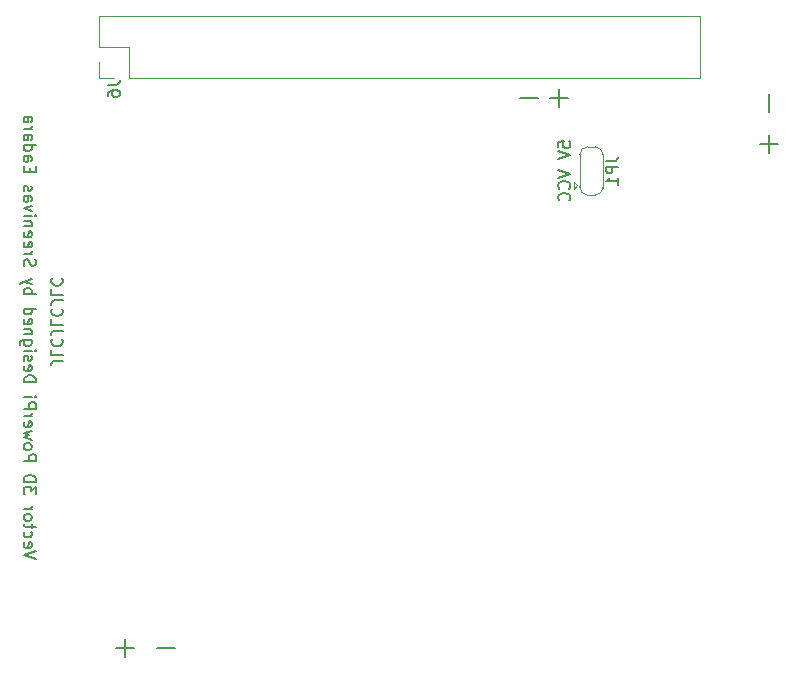
<source format=gbr>
%TF.GenerationSoftware,KiCad,Pcbnew,(6.0.4)*%
%TF.CreationDate,2022-05-11T18:11:56+01:00*%
%TF.ProjectId,PiPowerHAT,5069506f-7765-4724-9841-542e6b696361,rev?*%
%TF.SameCoordinates,Original*%
%TF.FileFunction,Legend,Bot*%
%TF.FilePolarity,Positive*%
%FSLAX46Y46*%
G04 Gerber Fmt 4.6, Leading zero omitted, Abs format (unit mm)*
G04 Created by KiCad (PCBNEW (6.0.4)) date 2022-05-11 18:11:56*
%MOMM*%
%LPD*%
G01*
G04 APERTURE LIST*
%ADD10C,0.150000*%
%ADD11C,0.120000*%
G04 APERTURE END LIST*
D10*
X86947619Y-100085714D02*
X85947619Y-99752380D01*
X86947619Y-99419047D01*
X85995238Y-98704761D02*
X85947619Y-98800000D01*
X85947619Y-98990476D01*
X85995238Y-99085714D01*
X86090476Y-99133333D01*
X86471428Y-99133333D01*
X86566666Y-99085714D01*
X86614285Y-98990476D01*
X86614285Y-98800000D01*
X86566666Y-98704761D01*
X86471428Y-98657142D01*
X86376190Y-98657142D01*
X86280952Y-99133333D01*
X85995238Y-97800000D02*
X85947619Y-97895238D01*
X85947619Y-98085714D01*
X85995238Y-98180952D01*
X86042857Y-98228571D01*
X86138095Y-98276190D01*
X86423809Y-98276190D01*
X86519047Y-98228571D01*
X86566666Y-98180952D01*
X86614285Y-98085714D01*
X86614285Y-97895238D01*
X86566666Y-97800000D01*
X86614285Y-97514285D02*
X86614285Y-97133333D01*
X86947619Y-97371428D02*
X86090476Y-97371428D01*
X85995238Y-97323809D01*
X85947619Y-97228571D01*
X85947619Y-97133333D01*
X85947619Y-96657142D02*
X85995238Y-96752380D01*
X86042857Y-96800000D01*
X86138095Y-96847619D01*
X86423809Y-96847619D01*
X86519047Y-96800000D01*
X86566666Y-96752380D01*
X86614285Y-96657142D01*
X86614285Y-96514285D01*
X86566666Y-96419047D01*
X86519047Y-96371428D01*
X86423809Y-96323809D01*
X86138095Y-96323809D01*
X86042857Y-96371428D01*
X85995238Y-96419047D01*
X85947619Y-96514285D01*
X85947619Y-96657142D01*
X85947619Y-95895238D02*
X86614285Y-95895238D01*
X86423809Y-95895238D02*
X86519047Y-95847619D01*
X86566666Y-95800000D01*
X86614285Y-95704761D01*
X86614285Y-95609523D01*
X86947619Y-94609523D02*
X86947619Y-93990476D01*
X86566666Y-94323809D01*
X86566666Y-94180952D01*
X86519047Y-94085714D01*
X86471428Y-94038095D01*
X86376190Y-93990476D01*
X86138095Y-93990476D01*
X86042857Y-94038095D01*
X85995238Y-94085714D01*
X85947619Y-94180952D01*
X85947619Y-94466666D01*
X85995238Y-94561904D01*
X86042857Y-94609523D01*
X85947619Y-93561904D02*
X86947619Y-93561904D01*
X86947619Y-93323809D01*
X86900000Y-93180952D01*
X86804761Y-93085714D01*
X86709523Y-93038095D01*
X86519047Y-92990476D01*
X86376190Y-92990476D01*
X86185714Y-93038095D01*
X86090476Y-93085714D01*
X85995238Y-93180952D01*
X85947619Y-93323809D01*
X85947619Y-93561904D01*
X85947619Y-91800000D02*
X86947619Y-91800000D01*
X86947619Y-91419047D01*
X86900000Y-91323809D01*
X86852380Y-91276190D01*
X86757142Y-91228571D01*
X86614285Y-91228571D01*
X86519047Y-91276190D01*
X86471428Y-91323809D01*
X86423809Y-91419047D01*
X86423809Y-91800000D01*
X85947619Y-90657142D02*
X85995238Y-90752380D01*
X86042857Y-90800000D01*
X86138095Y-90847619D01*
X86423809Y-90847619D01*
X86519047Y-90800000D01*
X86566666Y-90752380D01*
X86614285Y-90657142D01*
X86614285Y-90514285D01*
X86566666Y-90419047D01*
X86519047Y-90371428D01*
X86423809Y-90323809D01*
X86138095Y-90323809D01*
X86042857Y-90371428D01*
X85995238Y-90419047D01*
X85947619Y-90514285D01*
X85947619Y-90657142D01*
X86614285Y-89990476D02*
X85947619Y-89800000D01*
X86423809Y-89609523D01*
X85947619Y-89419047D01*
X86614285Y-89228571D01*
X85995238Y-88466666D02*
X85947619Y-88561904D01*
X85947619Y-88752380D01*
X85995238Y-88847619D01*
X86090476Y-88895238D01*
X86471428Y-88895238D01*
X86566666Y-88847619D01*
X86614285Y-88752380D01*
X86614285Y-88561904D01*
X86566666Y-88466666D01*
X86471428Y-88419047D01*
X86376190Y-88419047D01*
X86280952Y-88895238D01*
X85947619Y-87990476D02*
X86614285Y-87990476D01*
X86423809Y-87990476D02*
X86519047Y-87942857D01*
X86566666Y-87895238D01*
X86614285Y-87800000D01*
X86614285Y-87704761D01*
X85947619Y-87371428D02*
X86947619Y-87371428D01*
X86947619Y-86990476D01*
X86900000Y-86895238D01*
X86852380Y-86847619D01*
X86757142Y-86800000D01*
X86614285Y-86800000D01*
X86519047Y-86847619D01*
X86471428Y-86895238D01*
X86423809Y-86990476D01*
X86423809Y-87371428D01*
X85947619Y-86371428D02*
X86614285Y-86371428D01*
X86947619Y-86371428D02*
X86900000Y-86419047D01*
X86852380Y-86371428D01*
X86900000Y-86323809D01*
X86947619Y-86371428D01*
X86852380Y-86371428D01*
X85947619Y-85133333D02*
X86947619Y-85133333D01*
X86947619Y-84895238D01*
X86900000Y-84752380D01*
X86804761Y-84657142D01*
X86709523Y-84609523D01*
X86519047Y-84561904D01*
X86376190Y-84561904D01*
X86185714Y-84609523D01*
X86090476Y-84657142D01*
X85995238Y-84752380D01*
X85947619Y-84895238D01*
X85947619Y-85133333D01*
X85995238Y-83752380D02*
X85947619Y-83847619D01*
X85947619Y-84038095D01*
X85995238Y-84133333D01*
X86090476Y-84180952D01*
X86471428Y-84180952D01*
X86566666Y-84133333D01*
X86614285Y-84038095D01*
X86614285Y-83847619D01*
X86566666Y-83752380D01*
X86471428Y-83704761D01*
X86376190Y-83704761D01*
X86280952Y-84180952D01*
X85995238Y-83323809D02*
X85947619Y-83228571D01*
X85947619Y-83038095D01*
X85995238Y-82942857D01*
X86090476Y-82895238D01*
X86138095Y-82895238D01*
X86233333Y-82942857D01*
X86280952Y-83038095D01*
X86280952Y-83180952D01*
X86328571Y-83276190D01*
X86423809Y-83323809D01*
X86471428Y-83323809D01*
X86566666Y-83276190D01*
X86614285Y-83180952D01*
X86614285Y-83038095D01*
X86566666Y-82942857D01*
X85947619Y-82466666D02*
X86614285Y-82466666D01*
X86947619Y-82466666D02*
X86900000Y-82514285D01*
X86852380Y-82466666D01*
X86900000Y-82419047D01*
X86947619Y-82466666D01*
X86852380Y-82466666D01*
X86614285Y-81561904D02*
X85804761Y-81561904D01*
X85709523Y-81609523D01*
X85661904Y-81657142D01*
X85614285Y-81752380D01*
X85614285Y-81895238D01*
X85661904Y-81990476D01*
X85995238Y-81561904D02*
X85947619Y-81657142D01*
X85947619Y-81847619D01*
X85995238Y-81942857D01*
X86042857Y-81990476D01*
X86138095Y-82038095D01*
X86423809Y-82038095D01*
X86519047Y-81990476D01*
X86566666Y-81942857D01*
X86614285Y-81847619D01*
X86614285Y-81657142D01*
X86566666Y-81561904D01*
X86614285Y-81085714D02*
X85947619Y-81085714D01*
X86519047Y-81085714D02*
X86566666Y-81038095D01*
X86614285Y-80942857D01*
X86614285Y-80800000D01*
X86566666Y-80704761D01*
X86471428Y-80657142D01*
X85947619Y-80657142D01*
X85995238Y-79800000D02*
X85947619Y-79895238D01*
X85947619Y-80085714D01*
X85995238Y-80180952D01*
X86090476Y-80228571D01*
X86471428Y-80228571D01*
X86566666Y-80180952D01*
X86614285Y-80085714D01*
X86614285Y-79895238D01*
X86566666Y-79800000D01*
X86471428Y-79752380D01*
X86376190Y-79752380D01*
X86280952Y-80228571D01*
X85947619Y-78895238D02*
X86947619Y-78895238D01*
X85995238Y-78895238D02*
X85947619Y-78990476D01*
X85947619Y-79180952D01*
X85995238Y-79276190D01*
X86042857Y-79323809D01*
X86138095Y-79371428D01*
X86423809Y-79371428D01*
X86519047Y-79323809D01*
X86566666Y-79276190D01*
X86614285Y-79180952D01*
X86614285Y-78990476D01*
X86566666Y-78895238D01*
X85947619Y-77657142D02*
X86947619Y-77657142D01*
X86566666Y-77657142D02*
X86614285Y-77561904D01*
X86614285Y-77371428D01*
X86566666Y-77276190D01*
X86519047Y-77228571D01*
X86423809Y-77180952D01*
X86138095Y-77180952D01*
X86042857Y-77228571D01*
X85995238Y-77276190D01*
X85947619Y-77371428D01*
X85947619Y-77561904D01*
X85995238Y-77657142D01*
X86614285Y-76847619D02*
X85947619Y-76609523D01*
X86614285Y-76371428D02*
X85947619Y-76609523D01*
X85709523Y-76704761D01*
X85661904Y-76752380D01*
X85614285Y-76847619D01*
X85995238Y-75276190D02*
X85947619Y-75133333D01*
X85947619Y-74895238D01*
X85995238Y-74800000D01*
X86042857Y-74752380D01*
X86138095Y-74704761D01*
X86233333Y-74704761D01*
X86328571Y-74752380D01*
X86376190Y-74800000D01*
X86423809Y-74895238D01*
X86471428Y-75085714D01*
X86519047Y-75180952D01*
X86566666Y-75228571D01*
X86661904Y-75276190D01*
X86757142Y-75276190D01*
X86852380Y-75228571D01*
X86900000Y-75180952D01*
X86947619Y-75085714D01*
X86947619Y-74847619D01*
X86900000Y-74704761D01*
X85947619Y-74276190D02*
X86614285Y-74276190D01*
X86423809Y-74276190D02*
X86519047Y-74228571D01*
X86566666Y-74180952D01*
X86614285Y-74085714D01*
X86614285Y-73990476D01*
X85995238Y-73276190D02*
X85947619Y-73371428D01*
X85947619Y-73561904D01*
X85995238Y-73657142D01*
X86090476Y-73704761D01*
X86471428Y-73704761D01*
X86566666Y-73657142D01*
X86614285Y-73561904D01*
X86614285Y-73371428D01*
X86566666Y-73276190D01*
X86471428Y-73228571D01*
X86376190Y-73228571D01*
X86280952Y-73704761D01*
X85995238Y-72419047D02*
X85947619Y-72514285D01*
X85947619Y-72704761D01*
X85995238Y-72800000D01*
X86090476Y-72847619D01*
X86471428Y-72847619D01*
X86566666Y-72800000D01*
X86614285Y-72704761D01*
X86614285Y-72514285D01*
X86566666Y-72419047D01*
X86471428Y-72371428D01*
X86376190Y-72371428D01*
X86280952Y-72847619D01*
X86614285Y-71942857D02*
X85947619Y-71942857D01*
X86519047Y-71942857D02*
X86566666Y-71895238D01*
X86614285Y-71800000D01*
X86614285Y-71657142D01*
X86566666Y-71561904D01*
X86471428Y-71514285D01*
X85947619Y-71514285D01*
X85947619Y-71038095D02*
X86614285Y-71038095D01*
X86947619Y-71038095D02*
X86900000Y-71085714D01*
X86852380Y-71038095D01*
X86900000Y-70990476D01*
X86947619Y-71038095D01*
X86852380Y-71038095D01*
X86614285Y-70657142D02*
X85947619Y-70419047D01*
X86614285Y-70180952D01*
X85947619Y-69371428D02*
X86471428Y-69371428D01*
X86566666Y-69419047D01*
X86614285Y-69514285D01*
X86614285Y-69704761D01*
X86566666Y-69800000D01*
X85995238Y-69371428D02*
X85947619Y-69466666D01*
X85947619Y-69704761D01*
X85995238Y-69800000D01*
X86090476Y-69847619D01*
X86185714Y-69847619D01*
X86280952Y-69800000D01*
X86328571Y-69704761D01*
X86328571Y-69466666D01*
X86376190Y-69371428D01*
X85995238Y-68942857D02*
X85947619Y-68847619D01*
X85947619Y-68657142D01*
X85995238Y-68561904D01*
X86090476Y-68514285D01*
X86138095Y-68514285D01*
X86233333Y-68561904D01*
X86280952Y-68657142D01*
X86280952Y-68800000D01*
X86328571Y-68895238D01*
X86423809Y-68942857D01*
X86471428Y-68942857D01*
X86566666Y-68895238D01*
X86614285Y-68800000D01*
X86614285Y-68657142D01*
X86566666Y-68561904D01*
X86471428Y-67323809D02*
X86471428Y-66990476D01*
X85947619Y-66847619D02*
X85947619Y-67323809D01*
X86947619Y-67323809D01*
X86947619Y-66847619D01*
X85947619Y-65990476D02*
X86471428Y-65990476D01*
X86566666Y-66038095D01*
X86614285Y-66133333D01*
X86614285Y-66323809D01*
X86566666Y-66419047D01*
X85995238Y-65990476D02*
X85947619Y-66085714D01*
X85947619Y-66323809D01*
X85995238Y-66419047D01*
X86090476Y-66466666D01*
X86185714Y-66466666D01*
X86280952Y-66419047D01*
X86328571Y-66323809D01*
X86328571Y-66085714D01*
X86376190Y-65990476D01*
X85947619Y-65085714D02*
X86947619Y-65085714D01*
X85995238Y-65085714D02*
X85947619Y-65180952D01*
X85947619Y-65371428D01*
X85995238Y-65466666D01*
X86042857Y-65514285D01*
X86138095Y-65561904D01*
X86423809Y-65561904D01*
X86519047Y-65514285D01*
X86566666Y-65466666D01*
X86614285Y-65371428D01*
X86614285Y-65180952D01*
X86566666Y-65085714D01*
X85947619Y-64180952D02*
X86471428Y-64180952D01*
X86566666Y-64228571D01*
X86614285Y-64323809D01*
X86614285Y-64514285D01*
X86566666Y-64609523D01*
X85995238Y-64180952D02*
X85947619Y-64276190D01*
X85947619Y-64514285D01*
X85995238Y-64609523D01*
X86090476Y-64657142D01*
X86185714Y-64657142D01*
X86280952Y-64609523D01*
X86328571Y-64514285D01*
X86328571Y-64276190D01*
X86376190Y-64180952D01*
X85947619Y-63704761D02*
X86614285Y-63704761D01*
X86423809Y-63704761D02*
X86519047Y-63657142D01*
X86566666Y-63609523D01*
X86614285Y-63514285D01*
X86614285Y-63419047D01*
X85947619Y-62657142D02*
X86471428Y-62657142D01*
X86566666Y-62704761D01*
X86614285Y-62800000D01*
X86614285Y-62990476D01*
X86566666Y-63085714D01*
X85995238Y-62657142D02*
X85947619Y-62752380D01*
X85947619Y-62990476D01*
X85995238Y-63085714D01*
X86090476Y-63133333D01*
X86185714Y-63133333D01*
X86280952Y-63085714D01*
X86328571Y-62990476D01*
X86328571Y-62752380D01*
X86376190Y-62657142D01*
X132011904Y-61042857D02*
X130488095Y-61042857D01*
X131250000Y-61804761D02*
X131250000Y-60280952D01*
X131202380Y-65259523D02*
X131202380Y-64783333D01*
X131678571Y-64735714D01*
X131630952Y-64783333D01*
X131583333Y-64878571D01*
X131583333Y-65116666D01*
X131630952Y-65211904D01*
X131678571Y-65259523D01*
X131773809Y-65307142D01*
X132011904Y-65307142D01*
X132107142Y-65259523D01*
X132154761Y-65211904D01*
X132202380Y-65116666D01*
X132202380Y-64878571D01*
X132154761Y-64783333D01*
X132107142Y-64735714D01*
X131202380Y-65592857D02*
X132202380Y-65926190D01*
X131202380Y-66259523D01*
X95261904Y-107642857D02*
X93738095Y-107642857D01*
X94500000Y-108404761D02*
X94500000Y-106880952D01*
X89247619Y-83333333D02*
X88533333Y-83333333D01*
X88390476Y-83380952D01*
X88295238Y-83476190D01*
X88247619Y-83619047D01*
X88247619Y-83714285D01*
X88247619Y-82380952D02*
X88247619Y-82857142D01*
X89247619Y-82857142D01*
X88342857Y-81476190D02*
X88295238Y-81523809D01*
X88247619Y-81666666D01*
X88247619Y-81761904D01*
X88295238Y-81904761D01*
X88390476Y-82000000D01*
X88485714Y-82047619D01*
X88676190Y-82095238D01*
X88819047Y-82095238D01*
X89009523Y-82047619D01*
X89104761Y-82000000D01*
X89200000Y-81904761D01*
X89247619Y-81761904D01*
X89247619Y-81666666D01*
X89200000Y-81523809D01*
X89152380Y-81476190D01*
X89247619Y-80761904D02*
X88533333Y-80761904D01*
X88390476Y-80809523D01*
X88295238Y-80904761D01*
X88247619Y-81047619D01*
X88247619Y-81142857D01*
X88247619Y-79809523D02*
X88247619Y-80285714D01*
X89247619Y-80285714D01*
X88342857Y-78904761D02*
X88295238Y-78952380D01*
X88247619Y-79095238D01*
X88247619Y-79190476D01*
X88295238Y-79333333D01*
X88390476Y-79428571D01*
X88485714Y-79476190D01*
X88676190Y-79523809D01*
X88819047Y-79523809D01*
X89009523Y-79476190D01*
X89104761Y-79428571D01*
X89200000Y-79333333D01*
X89247619Y-79190476D01*
X89247619Y-79095238D01*
X89200000Y-78952380D01*
X89152380Y-78904761D01*
X89247619Y-78190476D02*
X88533333Y-78190476D01*
X88390476Y-78238095D01*
X88295238Y-78333333D01*
X88247619Y-78476190D01*
X88247619Y-78571428D01*
X88247619Y-77238095D02*
X88247619Y-77714285D01*
X89247619Y-77714285D01*
X88342857Y-76333333D02*
X88295238Y-76380952D01*
X88247619Y-76523809D01*
X88247619Y-76619047D01*
X88295238Y-76761904D01*
X88390476Y-76857142D01*
X88485714Y-76904761D01*
X88676190Y-76952380D01*
X88819047Y-76952380D01*
X89009523Y-76904761D01*
X89104761Y-76857142D01*
X89200000Y-76761904D01*
X89247619Y-76619047D01*
X89247619Y-76523809D01*
X89200000Y-76380952D01*
X89152380Y-76333333D01*
X149042857Y-60738095D02*
X149042857Y-62261904D01*
X98761904Y-107642857D02*
X97238095Y-107642857D01*
X131202380Y-67166666D02*
X132202380Y-67500000D01*
X131202380Y-67833333D01*
X132107142Y-68738095D02*
X132154761Y-68690476D01*
X132202380Y-68547619D01*
X132202380Y-68452380D01*
X132154761Y-68309523D01*
X132059523Y-68214285D01*
X131964285Y-68166666D01*
X131773809Y-68119047D01*
X131630952Y-68119047D01*
X131440476Y-68166666D01*
X131345238Y-68214285D01*
X131250000Y-68309523D01*
X131202380Y-68452380D01*
X131202380Y-68547619D01*
X131250000Y-68690476D01*
X131297619Y-68738095D01*
X132107142Y-69738095D02*
X132154761Y-69690476D01*
X132202380Y-69547619D01*
X132202380Y-69452380D01*
X132154761Y-69309523D01*
X132059523Y-69214285D01*
X131964285Y-69166666D01*
X131773809Y-69119047D01*
X131630952Y-69119047D01*
X131440476Y-69166666D01*
X131345238Y-69214285D01*
X131250000Y-69309523D01*
X131202380Y-69452380D01*
X131202380Y-69547619D01*
X131250000Y-69690476D01*
X131297619Y-69738095D01*
X149042857Y-64238095D02*
X149042857Y-65761904D01*
X149804761Y-65000000D02*
X148280952Y-65000000D01*
X129511904Y-61042857D02*
X127988095Y-61042857D01*
%TO.C,J6*%
X93052380Y-59966666D02*
X93766666Y-59966666D01*
X93909523Y-59919047D01*
X94004761Y-59823809D01*
X94052380Y-59680952D01*
X94052380Y-59585714D01*
X93052380Y-60871428D02*
X93052380Y-60680952D01*
X93100000Y-60585714D01*
X93147619Y-60538095D01*
X93290476Y-60442857D01*
X93480952Y-60395238D01*
X93861904Y-60395238D01*
X93957142Y-60442857D01*
X94004761Y-60490476D01*
X94052380Y-60585714D01*
X94052380Y-60776190D01*
X94004761Y-60871428D01*
X93957142Y-60919047D01*
X93861904Y-60966666D01*
X93623809Y-60966666D01*
X93528571Y-60919047D01*
X93480952Y-60871428D01*
X93433333Y-60776190D01*
X93433333Y-60585714D01*
X93480952Y-60490476D01*
X93528571Y-60442857D01*
X93623809Y-60395238D01*
%TO.C,JP1*%
X135252380Y-66416666D02*
X135966666Y-66416666D01*
X136109523Y-66369047D01*
X136204761Y-66273809D01*
X136252380Y-66130952D01*
X136252380Y-66035714D01*
X136252380Y-66892857D02*
X135252380Y-66892857D01*
X135252380Y-67273809D01*
X135300000Y-67369047D01*
X135347619Y-67416666D01*
X135442857Y-67464285D01*
X135585714Y-67464285D01*
X135680952Y-67416666D01*
X135728571Y-67369047D01*
X135776190Y-67273809D01*
X135776190Y-66892857D01*
X136252380Y-68416666D02*
X136252380Y-67845238D01*
X136252380Y-68130952D02*
X135252380Y-68130952D01*
X135395238Y-68035714D01*
X135490476Y-67940476D01*
X135538095Y-67845238D01*
D11*
%TO.C,J6*%
X94890000Y-56750000D02*
X94890000Y-59350000D01*
X94890000Y-59350000D02*
X143210000Y-59350000D01*
X92290000Y-56750000D02*
X94890000Y-56750000D01*
X143210000Y-54150000D02*
X143210000Y-59350000D01*
X92290000Y-54150000D02*
X92290000Y-56750000D01*
X92290000Y-59350000D02*
X93620000Y-59350000D01*
X92290000Y-54150000D02*
X143210000Y-54150000D01*
X92290000Y-58020000D02*
X92290000Y-59350000D01*
%TO.C,JP1*%
X132800000Y-68450000D02*
X132500000Y-68150000D01*
X132800000Y-68450000D02*
X132500000Y-68750000D01*
X134300000Y-65200000D02*
X133700000Y-65200000D01*
X133000000Y-65850000D02*
X133000000Y-68650000D01*
X135000000Y-68650000D02*
X135000000Y-65850000D01*
X133700000Y-69300000D02*
X134300000Y-69300000D01*
X132500000Y-68750000D02*
X132500000Y-68150000D01*
X133000000Y-68600000D02*
G75*
G03*
X133700000Y-69300000I699999J-1D01*
G01*
X134300000Y-69300000D02*
G75*
G03*
X135000000Y-68600000I1J699999D01*
G01*
X135000000Y-65900000D02*
G75*
G03*
X134300000Y-65200000I-700000J0D01*
G01*
X133700000Y-65200000D02*
G75*
G03*
X133000000Y-65900000I0J-700000D01*
G01*
%TD*%
M02*

</source>
